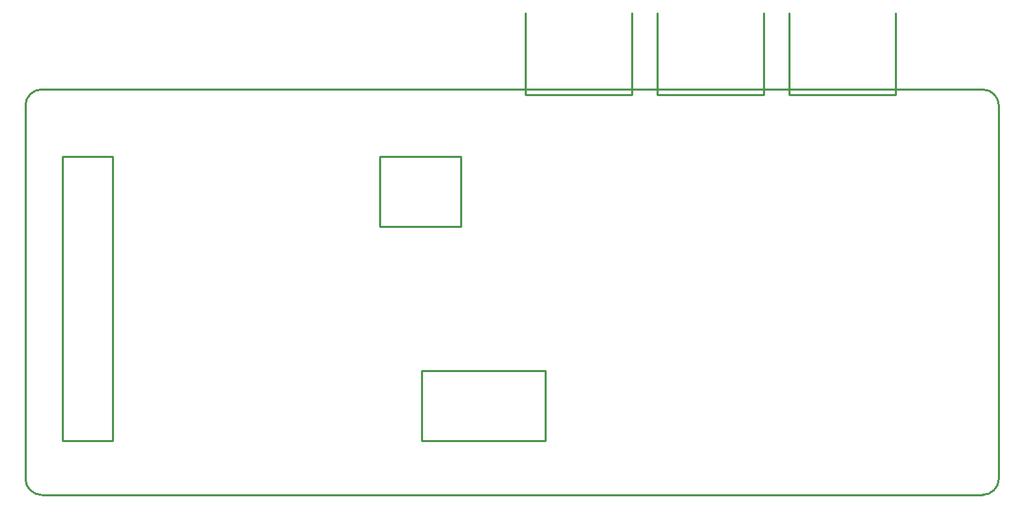
<source format=gko>
G04 Layer: BoardOutlineLayer*
G04 EasyEDA v6.5.22, 2023-02-03 23:32:18*
G04 deee44f2b4474ee3b8db254c25de0345,4bb84c5f6c124816bf94f4484d05adb3,10*
G04 Gerber Generator version 0.2*
G04 Scale: 100 percent, Rotated: No, Reflected: No *
G04 Dimensions in millimeters *
G04 leading zeros omitted , absolute positions ,4 integer and 5 decimal *
%FSLAX45Y45*%
%MOMM*%

%ADD10C,0.2540*%
D10*
X699998Y3999992D02*
G01*
X699998Y8599982D01*
X12499975Y3799992D02*
G01*
X899998Y3799992D01*
X12699974Y8599982D02*
G01*
X12699974Y3999992D01*
X899998Y8799982D02*
G01*
X12499975Y8799982D01*
G75*
G01*
X12499975Y8799982D02*
G02*
X12699975Y8599983I0J-199999D01*
G75*
G01*
X12699975Y3999992D02*
G02*
X12499975Y3799992I-200000J0D01*
G75*
G01*
X899998Y3799992D02*
G02*
X699999Y3999992I0J200000D01*
G75*
G01*
X699999Y8599983D02*
G02*
X899998Y8799982I199999J0D01*
X6863405Y8734204D02*
G01*
X6863405Y9744202D01*
X8173402Y8734196D02*
G01*
X6863405Y8734196D01*
X8173402Y8734196D02*
G01*
X8173405Y9744199D01*
X10114605Y8734204D02*
G01*
X10114605Y9744202D01*
X11424602Y8734196D02*
G01*
X10114605Y8734196D01*
X11424602Y8734196D02*
G01*
X11424605Y9744199D01*
X8489005Y8734204D02*
G01*
X8489005Y9744202D01*
X9799002Y8734196D02*
G01*
X8489005Y8734196D01*
X9799002Y8734196D02*
G01*
X9799005Y9744199D01*
X5588000Y5334000D02*
G01*
X6350000Y5334000D01*
X6350000Y5334000D02*
G01*
X7112000Y5334000D01*
X7112000Y5334000D02*
G01*
X7112000Y4470400D01*
X7112000Y4470400D02*
G01*
X6350000Y4470400D01*
X6350000Y4470400D02*
G01*
X5588000Y4470400D01*
X5588000Y4470400D02*
G01*
X5588000Y4914900D01*
X5588000Y4914900D02*
G01*
X5588000Y5334000D01*
X1155700Y7975600D02*
G01*
X1155700Y4470400D01*
X1155700Y4470400D02*
G01*
X1778000Y4470400D01*
X1778000Y4470400D02*
G01*
X1778000Y7975600D01*
X1778000Y7975600D02*
G01*
X1155700Y7975600D01*
X6070600Y7975600D02*
G01*
X5067300Y7975600D01*
X5067300Y7975600D02*
G01*
X5067300Y7112000D01*
X5067300Y7112000D02*
G01*
X6070600Y7112000D01*
X6070600Y7112000D02*
G01*
X6070600Y7975600D01*

%LPD*%
M02*

</source>
